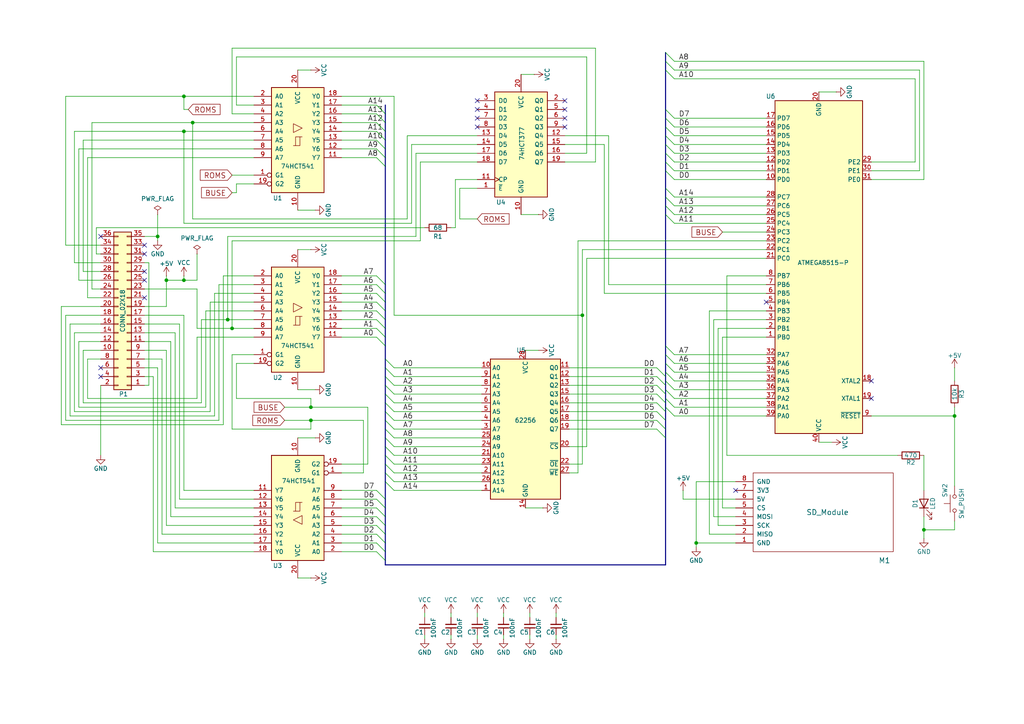
<source format=kicad_sch>
(kicad_sch (version 20250114) (generator "eeschema") (generator_version "9.0")
  (paper "A4")
  (title_block (title "FlashROM 99 Cartridge") (date "2016-06-10") (rev "2") (company "Copyright (c) 2016 Ralph Benzinger") (comment 2 "Released as Open Source Hardware under CERN OHL 1.2 and GNU GPL 3 licenses") (comment 4 "A TI 99 cartridge that allows for running ROM images stored on an SD card"))
  (junction (at 55.88 35.56))
  (junction (at 276.86 120.65))
  (junction (at 45.72 68.58))
  (junction (at 53.34 27.94))
  (junction (at 48.26 81.28))
  (junction (at 66.04 92.71))
  (junction (at 53.34 81.28))
  (junction (at 168.91 91.44))
  (junction (at 53.34 38.1))
  (junction (at 201.93 157.48))
  (junction (at 267.97 153.67))
  (junction (at 90.17 118.11))
  (junction (at 67.31 95.25))
  (junction (at 90.17 121.92))
  (no_connect (at 138.43 34.29))
  (no_connect (at 213.36 142.24))
  (no_connect (at 138.43 31.75))
  (no_connect (at 29.21 68.58))
  (no_connect (at 222.25 87.63))
  (no_connect (at 41.91 73.66))
  (no_connect (at 252.73 115.57))
  (no_connect (at 138.43 36.83))
  (no_connect (at 252.73 110.49))
  (no_connect (at 163.83 29.21))
  (no_connect (at 29.21 106.68))
  (no_connect (at 163.83 34.29))
  (no_connect (at 41.91 78.74))
  (no_connect (at 163.83 36.83))
  (no_connect (at 138.43 29.21))
  (no_connect (at 41.91 71.12))
  (no_connect (at 163.83 31.75))
  (no_connect (at 29.21 109.22))
  (no_connect (at 41.91 81.28))
  (no_connect (at 41.91 86.36))
  (bus_entry (at 111.76 139.7) (size 2.54 2.54))
  (bus_entry (at 109.22 85.09) (size 2.54 2.54))
  (bus_entry (at 193.04 34.29) (size 2.54 2.54))
  (bus_entry (at 109.22 87.63) (size 2.54 2.54))
  (bus_entry (at 109.22 35.56) (size 2.54 2.54))
  (bus_entry (at 111.76 111.76) (size 2.54 2.54))
  (bus_entry (at 111.76 106.68) (size 2.54 2.54))
  (bus_entry (at 109.22 157.48) (size 2.54 2.54))
  (bus_entry (at 193.04 54.61) (size 2.54 2.54))
  (bus_entry (at 193.04 110.49) (size 2.54 2.54))
  (bus_entry (at 193.04 118.11) (size 2.54 2.54))
  (bus_entry (at 109.22 80.01) (size 2.54 2.54))
  (bus_entry (at 111.76 116.84) (size 2.54 2.54))
  (bus_entry (at 109.22 43.18) (size 2.54 2.54))
  (bus_entry (at 111.76 119.38) (size 2.54 2.54))
  (bus_entry (at 109.22 149.86) (size 2.54 2.54))
  (bus_entry (at 109.22 45.72) (size 2.54 2.54))
  (bus_entry (at 193.04 59.69) (size 2.54 2.54))
  (bus_entry (at 193.04 102.87) (size 2.54 2.54))
  (bus_entry (at 193.04 115.57) (size 2.54 2.54))
  (bus_entry (at 109.22 154.94) (size 2.54 2.54))
  (bus_entry (at 193.04 31.75) (size 2.54 2.54))
  (bus_entry (at 190.5 106.68) (size 2.54 2.54))
  (bus_entry (at 109.22 38.1) (size 2.54 2.54))
  (bus_entry (at 193.04 46.99) (size 2.54 2.54))
  (bus_entry (at 111.76 114.3) (size 2.54 2.54))
  (bus_entry (at 193.04 107.95) (size 2.54 2.54))
  (bus_entry (at 111.76 109.22) (size 2.54 2.54))
  (bus_entry (at 190.5 119.38) (size 2.54 2.54))
  (bus_entry (at 193.04 113.03) (size 2.54 2.54))
  (bus_entry (at 111.76 121.92) (size 2.54 2.54))
  (bus_entry (at 109.22 160.02) (size 2.54 2.54))
  (bus_entry (at 111.76 104.14) (size 2.54 2.54))
  (bus_entry (at 193.04 39.37) (size 2.54 2.54))
  (bus_entry (at 190.5 121.92) (size 2.54 2.54))
  (bus_entry (at 193.04 17.78) (size 2.54 2.54))
  (bus_entry (at 109.22 97.79) (size 2.54 2.54))
  (bus_entry (at 193.04 20.32) (size 2.54 2.54))
  (bus_entry (at 111.76 127) (size 2.54 2.54))
  (bus_entry (at 109.22 90.17) (size 2.54 2.54))
  (bus_entry (at 190.5 111.76) (size 2.54 2.54))
  (bus_entry (at 111.76 124.46) (size 2.54 2.54))
  (bus_entry (at 190.5 114.3) (size 2.54 2.54))
  (bus_entry (at 193.04 62.23) (size 2.54 2.54))
  (bus_entry (at 109.22 33.02) (size 2.54 2.54))
  (bus_entry (at 193.04 49.53) (size 2.54 2.54))
  (bus_entry (at 109.22 30.48) (size 2.54 2.54))
  (bus_entry (at 190.5 124.46) (size 2.54 2.54))
  (bus_entry (at 193.04 44.45) (size 2.54 2.54))
  (bus_entry (at 109.22 152.4) (size 2.54 2.54))
  (bus_entry (at 111.76 129.54) (size 2.54 2.54))
  (bus_entry (at 109.22 142.24) (size 2.54 2.54))
  (bus_entry (at 193.04 15.24) (size 2.54 2.54))
  (bus_entry (at 109.22 95.25) (size 2.54 2.54))
  (bus_entry (at 193.04 36.83) (size 2.54 2.54))
  (bus_entry (at 109.22 144.78) (size 2.54 2.54))
  (bus_entry (at 193.04 41.91) (size 2.54 2.54))
  (bus_entry (at 109.22 40.64) (size 2.54 2.54))
  (bus_entry (at 193.04 105.41) (size 2.54 2.54))
  (bus_entry (at 109.22 147.32) (size 2.54 2.54))
  (bus_entry (at 193.04 57.15) (size 2.54 2.54))
  (bus_entry (at 190.5 116.84) (size 2.54 2.54))
  (bus_entry (at 190.5 109.22) (size 2.54 2.54))
  (bus_entry (at 193.04 100.33) (size 2.54 2.54))
  (bus_entry (at 111.76 137.16) (size 2.54 2.54))
  (bus_entry (at 109.22 82.55) (size 2.54 2.54))
  (bus_entry (at 111.76 132.08) (size 2.54 2.54))
  (bus_entry (at 109.22 92.71) (size 2.54 2.54))
  (bus_entry (at 111.76 134.62) (size 2.54 2.54))
  (wire (pts (xy 29.21 86.36) (xy 25.4 86.36)))
  (wire (pts (xy 64.77 80.01) (xy 73.66 80.01)))
  (wire (pts (xy 86.36 20.32) (xy 90.17 20.32)))
  (wire (pts (xy 99.06 97.79) (xy 109.22 97.79)))
  (wire (pts (xy 165.1 124.46) (xy 190.5 124.46)))
  (bus (pts (xy 193.04 105.41) (xy 193.04 107.95)))
  (wire (pts (xy 165.1 106.68) (xy 190.5 106.68)))
  (wire (pts (xy 49.53 99.06) (xy 49.53 149.86)))
  (wire (pts (xy 252.73 46.99) (xy 265.43 46.99)))
  (bus (pts (xy 193.04 118.11) (xy 193.04 119.38)))
  (wire (pts (xy 54.61 31.75) (xy 53.34 31.75)))
  (wire (pts (xy 68.58 105.41) (xy 73.66 105.41)))
  (wire (pts (xy 21.59 76.2) (xy 21.59 38.1)))
  (wire (pts (xy 24.13 78.74) (xy 29.21 78.74)))
  (bus (pts (xy 111.76 114.3) (xy 111.76 116.84)))
  (bus (pts (xy 111.76 97.79) (xy 111.76 100.33)))
  (wire (pts (xy 165.1 111.76) (xy 190.5 111.76)))
  (wire (pts (xy 49.53 149.86) (xy 73.66 149.86)))
  (wire (pts (xy 64.77 123.19) (xy 64.77 80.01)))
  (wire (pts (xy 265.43 22.86) (xy 265.43 46.99)))
  (wire (pts (xy 114.3 137.16) (xy 139.7 137.16)))
  (wire (pts (xy 68.58 16.51) (xy 68.58 30.48)))
  (bus (pts (xy 111.76 144.78) (xy 111.76 147.32)))
  (wire (pts (xy 25.4 115.57) (xy 57.15 115.57)))
  (wire (pts (xy 41.91 93.98) (xy 52.07 93.98)))
  (bus (pts (xy 111.76 82.55) (xy 111.76 85.09)))
  (wire (pts (xy 27.94 66.04) (xy 27.94 73.66)))
  (wire (pts (xy 168.91 91.44) (xy 168.91 134.62)))
  (wire (pts (xy 29.21 99.06) (xy 22.86 99.06)))
  (bus (pts (xy 193.04 15.24) (xy 193.04 17.78)))
  (wire (pts (xy 163.83 41.91) (xy 175.26 41.91)))
  (wire (pts (xy 123.19 177.8) (xy 123.19 179.07)))
  (wire (pts (xy 63.5 82.55) (xy 73.66 82.55)))
  (wire (pts (xy 146.05 177.8) (xy 146.05 179.07)))
  (bus (pts (xy 193.04 119.38) (xy 193.04 121.92)))
  (wire (pts (xy 99.06 160.02) (xy 109.22 160.02)))
  (wire (pts (xy 22.86 99.06) (xy 22.86 118.11)))
  (bus (pts (xy 111.76 100.33) (xy 111.76 104.14)))
  (wire (pts (xy 205.74 90.17) (xy 222.25 90.17)))
  (wire (pts (xy 132.08 66.04) (xy 132.08 52.07)))
  (wire (pts (xy 170.18 74.93) (xy 170.18 129.54)))
  (bus (pts (xy 193.04 20.32) (xy 193.04 31.75)))
  (bus (pts (xy 111.76 154.94) (xy 111.76 157.48)))
  (wire (pts (xy 167.64 69.85) (xy 222.25 69.85)))
  (wire (pts (xy 24.13 101.6) (xy 24.13 116.84)))
  (wire (pts (xy 161.29 184.15) (xy 161.29 185.42)))
  (wire (pts (xy 161.29 177.8) (xy 161.29 179.07)))
  (wire (pts (xy 213.36 152.4) (xy 208.28 152.4)))
  (wire (pts (xy 99.06 137.16) (xy 105.41 137.16)))
  (wire (pts (xy 86.36 113.03) (xy 91.44 113.03)))
  (wire (pts (xy 195.58 49.53) (xy 222.25 49.53)))
  (wire (pts (xy 67.31 95.25) (xy 73.66 95.25)))
  (wire (pts (xy 114.3 134.62) (xy 139.7 134.62)))
  (wire (pts (xy 41.91 101.6) (xy 48.26 101.6)))
  (wire (pts (xy 209.55 67.31) (xy 222.25 67.31)))
  (wire (pts (xy 195.58 39.37) (xy 222.25 39.37)))
  (wire (pts (xy 99.06 30.48) (xy 109.22 30.48)))
  (wire (pts (xy 48.26 88.9) (xy 41.91 88.9)))
  (wire (pts (xy 170.18 74.93) (xy 222.25 74.93)))
  (wire (pts (xy 67.31 69.85) (xy 121.92 69.85)))
  (wire (pts (xy 207.01 149.86) (xy 207.01 92.71)))
  (wire (pts (xy 48.26 81.28) (xy 48.26 88.9)))
  (wire (pts (xy 276.86 118.11) (xy 276.86 120.65)))
  (wire (pts (xy 209.55 147.32) (xy 209.55 97.79)))
  (wire (pts (xy 19.05 121.92) (xy 63.5 121.92)))
  (wire (pts (xy 120.65 44.45) (xy 138.43 44.45)))
  (wire (pts (xy 67.31 13.97) (xy 172.72 13.97)))
  (bus (pts (xy 111.76 132.08) (xy 111.76 134.62)))
  (wire (pts (xy 22.86 43.18) (xy 73.66 43.18)))
  (wire (pts (xy 20.32 120.65) (xy 62.23 120.65)))
  (wire (pts (xy 68.58 55.88) (xy 67.31 55.88)))
  (bus (pts (xy 111.76 139.7) (xy 111.76 144.78)))
  (wire (pts (xy 114.3 109.22) (xy 139.7 109.22)))
  (wire (pts (xy 165.1 119.38) (xy 190.5 119.38)))
  (wire (pts (xy 52.07 93.98) (xy 52.07 144.78)))
  (wire (pts (xy 59.69 118.11) (xy 59.69 90.17)))
  (wire (pts (xy 118.11 39.37) (xy 138.43 39.37)))
  (bus (pts (xy 111.76 104.14) (xy 111.76 106.68)))
  (wire (pts (xy 25.4 104.14) (xy 29.21 104.14)))
  (wire (pts (xy 151.13 62.23) (xy 156.21 62.23)))
  (wire (pts (xy 41.91 91.44) (xy 53.34 91.44)))
  (wire (pts (xy 123.19 184.15) (xy 123.19 185.42)))
  (wire (pts (xy 22.86 81.28) (xy 29.21 81.28)))
  (bus (pts (xy 193.04 111.76) (xy 193.04 113.03)))
  (wire (pts (xy 22.86 43.18) (xy 22.86 81.28)))
  (wire (pts (xy 276.86 151.13) (xy 276.86 153.67)))
  (wire (pts (xy 210.82 80.01) (xy 222.25 80.01)))
  (wire (pts (xy 21.59 38.1) (xy 53.34 38.1)))
  (wire (pts (xy 207.01 92.71) (xy 222.25 92.71)))
  (wire (pts (xy 114.3 91.44) (xy 168.91 91.44)))
  (bus (pts (xy 111.76 119.38) (xy 111.76 121.92)))
  (wire (pts (xy 43.18 76.2) (xy 43.18 111.76)))
  (wire (pts (xy 114.3 129.54) (xy 139.7 129.54)))
  (bus (pts (xy 193.04 62.23) (xy 193.04 100.33)))
  (bus (pts (xy 111.76 95.25) (xy 111.76 97.79)))
  (wire (pts (xy 99.06 38.1) (xy 109.22 38.1)))
  (wire (pts (xy 195.58 110.49) (xy 222.25 110.49)))
  (wire (pts (xy 195.58 17.78) (xy 267.97 17.78)))
  (bus (pts (xy 111.76 45.72) (xy 111.76 48.26)))
  (wire (pts (xy 53.34 80.01) (xy 53.34 81.28)))
  (wire (pts (xy 99.06 27.94) (xy 114.3 27.94)))
  (wire (pts (xy 68.58 53.34) (xy 73.66 53.34)))
  (wire (pts (xy 195.58 57.15) (xy 222.25 57.15)))
  (wire (pts (xy 26.67 83.82) (xy 26.67 35.56)))
  (bus (pts (xy 193.04 115.57) (xy 193.04 116.84)))
  (wire (pts (xy 29.21 111.76) (xy 29.21 132.08)))
  (wire (pts (xy 114.3 27.94) (xy 114.3 91.44)))
  (wire (pts (xy 67.31 69.85) (xy 67.31 95.25)))
  (bus (pts (xy 111.76 127) (xy 111.76 129.54)))
  (wire (pts (xy 57.15 95.25) (xy 67.31 95.25)))
  (wire (pts (xy 195.58 64.77) (xy 222.25 64.77)))
  (wire (pts (xy 133.35 63.5) (xy 138.43 63.5)))
  (wire (pts (xy 201.93 139.7) (xy 201.93 157.48)))
  (wire (pts (xy 114.3 119.38) (xy 139.7 119.38)))
  (wire (pts (xy 48.26 81.28) (xy 53.34 81.28)))
  (wire (pts (xy 237.49 26.67) (xy 242.57 26.67)))
  (wire (pts (xy 52.07 144.78) (xy 73.66 144.78)))
  (wire (pts (xy 165.1 116.84) (xy 190.5 116.84)))
  (wire (pts (xy 67.31 50.8) (xy 73.66 50.8)))
  (wire (pts (xy 118.11 63.5) (xy 55.88 63.5)))
  (wire (pts (xy 168.91 134.62) (xy 165.1 134.62)))
  (bus (pts (xy 111.76 40.64) (xy 111.76 43.18)))
  (wire (pts (xy 114.3 116.84) (xy 139.7 116.84)))
  (wire (pts (xy 168.91 72.39) (xy 168.91 91.44)))
  (bus (pts (xy 111.76 163.83) (xy 193.04 163.83)))
  (wire (pts (xy 41.91 76.2) (xy 43.18 76.2)))
  (wire (pts (xy 252.73 120.65) (xy 276.86 120.65)))
  (wire (pts (xy 165.1 121.92) (xy 190.5 121.92)))
  (bus (pts (xy 111.76 137.16) (xy 111.76 139.7)))
  (wire (pts (xy 167.64 137.16) (xy 165.1 137.16)))
  (bus (pts (xy 193.04 109.22) (xy 193.04 110.49)))
  (wire (pts (xy 201.93 157.48) (xy 213.36 157.48)))
  (wire (pts (xy 176.53 82.55) (xy 176.53 39.37)))
  (bus (pts (xy 193.04 107.95) (xy 193.04 109.22)))
  (wire (pts (xy 133.35 54.61) (xy 133.35 63.5)))
  (wire (pts (xy 67.31 102.87) (xy 73.66 102.87)))
  (wire (pts (xy 175.26 85.09) (xy 175.26 41.91)))
  (bus (pts (xy 193.04 116.84) (xy 193.04 118.11)))
  (wire (pts (xy 114.3 132.08) (xy 139.7 132.08)))
  (wire (pts (xy 48.26 80.01) (xy 48.26 81.28)))
  (bus (pts (xy 111.76 33.02) (xy 111.76 35.56)))
  (wire (pts (xy 25.4 45.72) (xy 73.66 45.72)))
  (wire (pts (xy 195.58 113.03) (xy 222.25 113.03)))
  (wire (pts (xy 21.59 96.52) (xy 21.59 119.38)))
  (wire (pts (xy 99.06 147.32) (xy 109.22 147.32)))
  (wire (pts (xy 57.15 95.25) (xy 57.15 83.82)))
  (wire (pts (xy 208.28 95.25) (xy 222.25 95.25)))
  (wire (pts (xy 99.06 157.48) (xy 109.22 157.48)))
  (wire (pts (xy 198.12 142.24) (xy 198.12 144.78)))
  (wire (pts (xy 195.58 102.87) (xy 222.25 102.87)))
  (wire (pts (xy 57.15 115.57) (xy 57.15 97.79)))
  (wire (pts (xy 45.72 157.48) (xy 73.66 157.48)))
  (bus (pts (xy 111.76 124.46) (xy 111.76 127)))
  (wire (pts (xy 29.21 93.98) (xy 20.32 93.98)))
  (wire (pts (xy 67.31 124.46) (xy 90.17 124.46)))
  (wire (pts (xy 267.97 17.78) (xy 267.97 52.07)))
  (wire (pts (xy 41.91 104.14) (xy 46.99 104.14)))
  (wire (pts (xy 213.36 154.94) (xy 205.74 154.94)))
  (wire (pts (xy 195.58 105.41) (xy 222.25 105.41)))
  (bus (pts (xy 193.04 46.99) (xy 193.04 49.53)))
  (wire (pts (xy 99.06 134.62) (xy 106.68 134.62)))
  (wire (pts (xy 45.72 106.68) (xy 45.72 157.48)))
  (wire (pts (xy 63.5 121.92) (xy 63.5 82.55)))
  (wire (pts (xy 55.88 35.56) (xy 55.88 63.5)))
  (wire (pts (xy 86.36 167.64) (xy 90.17 167.64)))
  (wire (pts (xy 90.17 121.92) (xy 105.41 121.92)))
  (wire (pts (xy 29.21 88.9) (xy 17.78 88.9)))
  (wire (pts (xy 114.3 142.24) (xy 139.7 142.24)))
  (bus (pts (xy 111.76 43.18) (xy 111.76 45.72)))
  (wire (pts (xy 25.4 104.14) (xy 25.4 115.57)))
  (wire (pts (xy 29.21 76.2) (xy 21.59 76.2)))
  (wire (pts (xy 99.06 95.25) (xy 109.22 95.25)))
  (wire (pts (xy 45.72 68.58) (xy 45.72 69.85)))
  (bus (pts (xy 111.76 152.4) (xy 111.76 154.94)))
  (wire (pts (xy 165.1 109.22) (xy 190.5 109.22)))
  (wire (pts (xy 66.04 68.58) (xy 120.65 68.58)))
  (wire (pts (xy 210.82 80.01) (xy 210.82 132.08)))
  (wire (pts (xy 53.34 91.44) (xy 53.34 142.24)))
  (wire (pts (xy 130.81 184.15) (xy 130.81 185.42)))
  (wire (pts (xy 163.83 44.45) (xy 170.18 44.45)))
  (wire (pts (xy 195.58 41.91) (xy 222.25 41.91)))
  (wire (pts (xy 50.8 147.32) (xy 73.66 147.32)))
  (bus (pts (xy 111.76 106.68) (xy 111.76 109.22)))
  (wire (pts (xy 276.86 153.67) (xy 267.97 153.67)))
  (bus (pts (xy 111.76 134.62) (xy 111.76 137.16)))
  (bus (pts (xy 111.76 48.26) (xy 111.76 82.55)))
  (bus (pts (xy 111.76 157.48) (xy 111.76 160.02)))
  (wire (pts (xy 86.36 127) (xy 91.44 127)))
  (wire (pts (xy 26.67 35.56) (xy 55.88 35.56)))
  (wire (pts (xy 267.97 132.08) (xy 267.97 142.24)))
  (bus (pts (xy 111.76 87.63) (xy 111.76 90.17)))
  (wire (pts (xy 66.04 68.58) (xy 66.04 92.71)))
  (wire (pts (xy 68.58 53.34) (xy 68.58 55.88)))
  (wire (pts (xy 118.11 63.5) (xy 118.11 39.37)))
  (wire (pts (xy 99.06 90.17) (xy 109.22 90.17)))
  (wire (pts (xy 57.15 97.79) (xy 73.66 97.79)))
  (wire (pts (xy 195.58 118.11) (xy 222.25 118.11)))
  (wire (pts (xy 119.38 41.91) (xy 119.38 64.77)))
  (wire (pts (xy 41.91 96.52) (xy 50.8 96.52)))
  (wire (pts (xy 99.06 45.72) (xy 109.22 45.72)))
  (bus (pts (xy 193.04 31.75) (xy 193.04 34.29)))
  (wire (pts (xy 99.06 85.09) (xy 109.22 85.09)))
  (bus (pts (xy 111.76 160.02) (xy 111.76 162.56)))
  (wire (pts (xy 53.34 27.94) (xy 73.66 27.94)))
  (wire (pts (xy 198.12 144.78) (xy 213.36 144.78)))
  (wire (pts (xy 99.06 149.86) (xy 109.22 149.86)))
  (bus (pts (xy 193.04 110.49) (xy 193.04 111.76)))
  (wire (pts (xy 19.05 27.94) (xy 53.34 27.94)))
  (wire (pts (xy 205.74 154.94) (xy 205.74 90.17)))
  (bus (pts (xy 193.04 39.37) (xy 193.04 41.91)))
  (wire (pts (xy 48.26 101.6) (xy 48.26 152.4)))
  (wire (pts (xy 44.45 160.02) (xy 73.66 160.02)))
  (wire (pts (xy 99.06 33.02) (xy 109.22 33.02)))
  (bus (pts (xy 111.76 85.09) (xy 111.76 87.63)))
  (bus (pts (xy 193.04 113.03) (xy 193.04 114.3)))
  (wire (pts (xy 114.3 121.92) (xy 139.7 121.92)))
  (wire (pts (xy 59.69 90.17) (xy 73.66 90.17)))
  (wire (pts (xy 41.91 68.58) (xy 45.72 68.58)))
  (wire (pts (xy 114.3 111.76) (xy 139.7 111.76)))
  (wire (pts (xy 195.58 34.29) (xy 222.25 34.29)))
  (wire (pts (xy 252.73 52.07) (xy 267.97 52.07)))
  (wire (pts (xy 114.3 124.46) (xy 139.7 124.46)))
  (wire (pts (xy 48.26 152.4) (xy 73.66 152.4)))
  (wire (pts (xy 19.05 71.12) (xy 19.05 27.94)))
  (wire (pts (xy 41.91 99.06) (xy 49.53 99.06)))
  (bus (pts (xy 111.76 90.17) (xy 111.76 92.71)))
  (wire (pts (xy 43.18 111.76) (xy 41.91 111.76)))
  (wire (pts (xy 195.58 107.95) (xy 222.25 107.95)))
  (wire (pts (xy 146.05 184.15) (xy 146.05 185.42)))
  (wire (pts (xy 195.58 46.99) (xy 222.25 46.99)))
  (wire (pts (xy 151.13 21.59) (xy 154.94 21.59)))
  (wire (pts (xy 167.64 69.85) (xy 167.64 137.16)))
  (wire (pts (xy 99.06 82.55) (xy 109.22 82.55)))
  (wire (pts (xy 195.58 22.86) (xy 265.43 22.86)))
  (wire (pts (xy 119.38 64.77) (xy 53.34 64.77)))
  (wire (pts (xy 114.3 114.3) (xy 139.7 114.3)))
  (bus (pts (xy 193.04 54.61) (xy 193.04 57.15)))
  (wire (pts (xy 58.42 116.84) (xy 58.42 92.71)))
  (wire (pts (xy 67.31 33.02) (xy 67.31 13.97)))
  (wire (pts (xy 67.31 102.87) (xy 67.31 124.46)))
  (wire (pts (xy 106.68 118.11) (xy 106.68 134.62)))
  (wire (pts (xy 276.86 120.65) (xy 276.86 140.97)))
  (wire (pts (xy 99.06 35.56) (xy 109.22 35.56)))
  (wire (pts (xy 208.28 152.4) (xy 208.28 95.25)))
  (wire (pts (xy 55.88 35.56) (xy 73.66 35.56)))
  (bus (pts (xy 111.76 35.56) (xy 111.76 38.1)))
  (wire (pts (xy 176.53 82.55) (xy 222.25 82.55)))
  (wire (pts (xy 99.06 92.71) (xy 109.22 92.71)))
  (wire (pts (xy 276.86 106.68) (xy 276.86 110.49)))
  (wire (pts (xy 20.32 93.98) (xy 20.32 120.65)))
  (wire (pts (xy 213.36 149.86) (xy 207.01 149.86)))
  (wire (pts (xy 50.8 96.52) (xy 50.8 147.32)))
  (wire (pts (xy 68.58 16.51) (xy 170.18 16.51)))
  (bus (pts (xy 111.76 129.54) (xy 111.76 132.08)))
  (wire (pts (xy 25.4 86.36) (xy 25.4 45.72)))
  (wire (pts (xy 41.91 109.22) (xy 44.45 109.22)))
  (wire (pts (xy 57.15 81.28) (xy 57.15 73.66)))
  (wire (pts (xy 163.83 46.99) (xy 172.72 46.99)))
  (wire (pts (xy 267.97 153.67) (xy 267.97 156.21)))
  (wire (pts (xy 41.91 106.68) (xy 45.72 106.68)))
  (bus (pts (xy 193.04 102.87) (xy 193.04 105.41)))
  (wire (pts (xy 120.65 68.58) (xy 120.65 44.45)))
  (wire (pts (xy 195.58 62.23) (xy 222.25 62.23)))
  (wire (pts (xy 99.06 80.01) (xy 109.22 80.01)))
  (wire (pts (xy 153.67 184.15) (xy 153.67 185.42)))
  (wire (pts (xy 210.82 132.08) (xy 260.35 132.08)))
  (bus (pts (xy 193.04 57.15) (xy 193.04 59.69)))
  (bus (pts (xy 193.04 127) (xy 193.04 163.83)))
  (wire (pts (xy 99.06 87.63) (xy 109.22 87.63)))
  (wire (pts (xy 27.94 73.66) (xy 29.21 73.66)))
  (wire (pts (xy 90.17 124.46) (xy 90.17 121.92)))
  (bus (pts (xy 193.04 124.46) (xy 193.04 127)))
  (wire (pts (xy 195.58 20.32) (xy 266.7 20.32)))
  (bus (pts (xy 111.76 92.71) (xy 111.76 95.25)))
  (wire (pts (xy 195.58 120.65) (xy 222.25 120.65)))
  (wire (pts (xy 209.55 97.79) (xy 222.25 97.79)))
  (wire (pts (xy 62.23 120.65) (xy 62.23 85.09)))
  (wire (pts (xy 29.21 101.6) (xy 24.13 101.6)))
  (wire (pts (xy 132.08 52.07) (xy 138.43 52.07)))
  (wire (pts (xy 82.55 121.92) (xy 90.17 121.92)))
  (wire (pts (xy 53.34 81.28) (xy 57.15 81.28)))
  (wire (pts (xy 24.13 40.64) (xy 73.66 40.64)))
  (wire (pts (xy 99.06 144.78) (xy 109.22 144.78)))
  (wire (pts (xy 24.13 116.84) (xy 58.42 116.84)))
  (wire (pts (xy 21.59 119.38) (xy 60.96 119.38)))
  (wire (pts (xy 57.15 83.82) (xy 41.91 83.82)))
  (bus (pts (xy 111.76 121.92) (xy 111.76 124.46)))
  (wire (pts (xy 119.38 41.91) (xy 138.43 41.91)))
  (wire (pts (xy 168.91 72.39) (xy 222.25 72.39)))
  (wire (pts (xy 60.96 119.38) (xy 60.96 87.63)))
  (wire (pts (xy 130.81 66.04) (xy 132.08 66.04)))
  (wire (pts (xy 165.1 114.3) (xy 190.5 114.3)))
  (bus (pts (xy 111.76 149.86) (xy 111.76 152.4)))
  (bus (pts (xy 111.76 109.22) (xy 111.76 111.76)))
  (wire (pts (xy 82.55 118.11) (xy 90.17 118.11)))
  (wire (pts (xy 86.36 60.96) (xy 91.44 60.96)))
  (wire (pts (xy 133.35 54.61) (xy 138.43 54.61)))
  (wire (pts (xy 99.06 142.24) (xy 109.22 142.24)))
  (wire (pts (xy 99.06 43.18) (xy 109.22 43.18)))
  (wire (pts (xy 53.34 38.1) (xy 73.66 38.1)))
  (wire (pts (xy 60.96 87.63) (xy 73.66 87.63)))
  (wire (pts (xy 165.1 129.54) (xy 170.18 129.54)))
  (wire (pts (xy 29.21 83.82) (xy 26.67 83.82)))
  (wire (pts (xy 68.58 30.48) (xy 73.66 30.48)))
  (bus (pts (xy 111.76 162.56) (xy 111.76 163.83)))
  (wire (pts (xy 53.34 38.1) (xy 53.34 64.77)))
  (wire (pts (xy 138.43 177.8) (xy 138.43 179.07)))
  (wire (pts (xy 121.92 46.99) (xy 138.43 46.99)))
  (wire (pts (xy 44.45 109.22) (xy 44.45 160.02)))
  (wire (pts (xy 62.23 85.09) (xy 73.66 85.09)))
  (wire (pts (xy 17.78 88.9) (xy 17.78 123.19)))
  (wire (pts (xy 86.36 72.39) (xy 90.17 72.39)))
  (wire (pts (xy 66.04 92.71) (xy 73.66 92.71)))
  (bus (pts (xy 111.76 116.84) (xy 111.76 119.38)))
  (wire (pts (xy 213.36 147.32) (xy 209.55 147.32)))
  (wire (pts (xy 24.13 40.64) (xy 24.13 78.74)))
  (wire (pts (xy 121.92 69.85) (xy 121.92 46.99)))
  (bus (pts (xy 193.04 114.3) (xy 193.04 115.57)))
  (wire (pts (xy 29.21 71.12) (xy 19.05 71.12)))
  (wire (pts (xy 252.73 49.53) (xy 266.7 49.53)))
  (wire (pts (xy 29.21 96.52) (xy 21.59 96.52)))
  (wire (pts (xy 172.72 13.97) (xy 172.72 46.99)))
  (wire (pts (xy 130.81 177.8) (xy 130.81 179.07)))
  (wire (pts (xy 27.94 66.04) (xy 123.19 66.04)))
  (wire (pts (xy 53.34 27.94) (xy 53.34 31.75)))
  (bus (pts (xy 193.04 121.92) (xy 193.04 124.46)))
  (bus (pts (xy 193.04 100.33) (xy 193.04 102.87)))
  (wire (pts (xy 195.58 115.57) (xy 222.25 115.57)))
  (wire (pts (xy 163.83 39.37) (xy 176.53 39.37)))
  (wire (pts (xy 67.31 33.02) (xy 73.66 33.02)))
  (wire (pts (xy 105.41 121.92) (xy 105.41 137.16)))
  (wire (pts (xy 138.43 184.15) (xy 138.43 185.42)))
  (wire (pts (xy 153.67 177.8) (xy 153.67 179.07)))
  (bus (pts (xy 111.76 38.1) (xy 111.76 40.64)))
  (wire (pts (xy 45.72 62.23) (xy 45.72 68.58)))
  (wire (pts (xy 152.4 147.32) (xy 157.48 147.32)))
  (bus (pts (xy 111.76 30.48) (xy 111.76 33.02)))
  (wire (pts (xy 17.78 123.19) (xy 64.77 123.19)))
  (wire (pts (xy 201.93 157.48) (xy 201.93 158.75)))
  (bus (pts (xy 193.04 17.78) (xy 193.04 20.32)))
  (wire (pts (xy 114.3 106.68) (xy 139.7 106.68)))
  (bus (pts (xy 111.76 147.32) (xy 111.76 149.86)))
  (bus (pts (xy 193.04 44.45) (xy 193.04 46.99)))
  (wire (pts (xy 114.3 127) (xy 139.7 127)))
  (wire (pts (xy 267.97 149.86) (xy 267.97 153.67)))
  (wire (pts (xy 114.3 139.7) (xy 139.7 139.7)))
  (bus (pts (xy 193.04 59.69) (xy 193.04 62.23)))
  (wire (pts (xy 22.86 118.11) (xy 59.69 118.11)))
  (wire (pts (xy 90.17 118.11) (xy 106.68 118.11)))
  (wire (pts (xy 90.17 115.57) (xy 90.17 118.11)))
  (wire (pts (xy 237.49 128.27) (xy 241.3 128.27)))
  (wire (pts (xy 46.99 104.14) (xy 46.99 154.94)))
  (wire (pts (xy 195.58 36.83) (xy 222.25 36.83)))
  (wire (pts (xy 201.93 139.7) (xy 213.36 139.7)))
  (wire (pts (xy 195.58 52.07) (xy 222.25 52.07)))
  (bus (pts (xy 193.04 36.83) (xy 193.04 39.37)))
  (wire (pts (xy 170.18 16.51) (xy 170.18 44.45)))
  (bus (pts (xy 193.04 49.53) (xy 193.04 54.61)))
  (wire (pts (xy 195.58 44.45) (xy 222.25 44.45)))
  (wire (pts (xy 53.34 142.24) (xy 73.66 142.24)))
  (wire (pts (xy 68.58 105.41) (xy 68.58 115.57)))
  (wire (pts (xy 99.06 152.4) (xy 109.22 152.4)))
  (wire (pts (xy 266.7 20.32) (xy 266.7 49.53)))
  (wire (pts (xy 175.26 85.09) (xy 222.25 85.09)))
  (wire (pts (xy 58.42 92.71) (xy 66.04 92.71)))
  (wire (pts (xy 19.05 91.44) (xy 19.05 121.92)))
  (wire (pts (xy 195.58 59.69) (xy 222.25 59.69)))
  (wire (pts (xy 68.58 115.57) (xy 90.17 115.57)))
  (wire (pts (xy 99.06 154.94) (xy 109.22 154.94)))
  (wire (pts (xy 152.4 101.6) (xy 156.21 101.6)))
  (bus (pts (xy 193.04 41.91) (xy 193.04 44.45)))
  (wire (pts (xy 29.21 91.44) (xy 19.05 91.44)))
  (bus (pts (xy 111.76 111.76) (xy 111.76 114.3)))
  (wire (pts (xy 46.99 154.94) (xy 73.66 154.94)))
  (wire (pts (xy 99.06 40.64) (xy 109.22 40.64)))
  (bus (pts (xy 193.04 34.29) (xy 193.04 36.83)))
  (label "D0" (at 196.85 52.07 0) (effects (font (size 1.524 1.524))))
  (label "A9" (at 106.68 43.18 0) (effects (font (size 1.524 1.524))))
  (label "A0" (at 196.85 120.65 0) (effects (font (size 1.524 1.524))))
  (label "A6" (at 105.41 82.55 0) (effects (font (size 1.524 1.524))))
  (label "A13" (at 116.84 139.7 0) (effects (font (size 1.524 1.524))))
  (label "A12" (at 106.68 35.56 0) (effects (font (size 1.524 1.524))))
  (label "D5" (at 105.41 147.32 0) (effects (font (size 1.524 1.524))))
  (label "A14" (at 196.85 57.15 0) (effects (font (size 1.524 1.524))))
  (label "A5" (at 196.85 107.95 0) (effects (font (size 1.524 1.524))))
  (label "D4" (at 105.41 149.86 0) (effects (font (size 1.524 1.524))))
  (label "A7" (at 116.84 124.46 0) (effects (font (size 1.524 1.524))))
  (label "D5" (at 186.69 119.38 0) (effects (font (size 1.524 1.524))))
  (label "A10" (at 196.85 22.86 0) (effects (font (size 1.524 1.524))))
  (label "A2" (at 196.85 115.57 0) (effects (font (size 1.524 1.524))))
  (label "D6" (at 105.41 144.78 0) (effects (font (size 1.524 1.524))))
  (label "A5" (at 116.84 119.38 0) (effects (font (size 1.524 1.524))))
  (label "A14" (at 116.84 142.24 0) (effects (font (size 1.524 1.524))))
  (label "A2" (at 116.84 111.76 0) (effects (font (size 1.524 1.524))))
  (label "D0" (at 186.69 106.68 0) (effects (font (size 1.524 1.524))))
  (label "A4" (at 196.85 110.49 0) (effects (font (size 1.524 1.524))))
  (label "D2" (at 196.85 46.99 0) (effects (font (size 1.524 1.524))))
  (label "A10" (at 116.84 132.08 0) (effects (font (size 1.524 1.524))))
  (label "A10" (at 106.68 40.64 0) (effects (font (size 1.524 1.524))))
  (label "A6" (at 196.85 105.41 0) (effects (font (size 1.524 1.524))))
  (label "A8" (at 196.85 17.78 0) (effects (font (size 1.524 1.524))))
  (label "D7" (at 196.85 34.29 0) (effects (font (size 1.524 1.524))))
  (label "D6" (at 186.69 121.92 0) (effects (font (size 1.524 1.524))))
  (label "D4" (at 196.85 41.91 0) (effects (font (size 1.524 1.524))))
  (label "A8" (at 116.84 127 0) (effects (font (size 1.524 1.524))))
  (label "A1" (at 116.84 109.22 0) (effects (font (size 1.524 1.524))))
  (label "A3" (at 116.84 114.3 0) (effects (font (size 1.524 1.524))))
  (label "A0" (at 116.84 106.68 0) (effects (font (size 1.524 1.524))))
  (label "A8" (at 106.68 45.72 0) (effects (font (size 1.524 1.524))))
  (label "D6" (at 196.85 36.83 0) (effects (font (size 1.524 1.524))))
  (label "A3" (at 196.85 113.03 0) (effects (font (size 1.524 1.524))))
  (label "A1" (at 196.85 118.11 0) (effects (font (size 1.524 1.524))))
  (label "D2" (at 186.69 111.76 0) (effects (font (size 1.524 1.524))))
  (label "A13" (at 106.68 33.02 0) (effects (font (size 1.524 1.524))))
  (label "D5" (at 196.85 39.37 0) (effects (font (size 1.524 1.524))))
  (label "A2" (at 105.41 92.71 0) (effects (font (size 1.524 1.524))))
  (label "D1" (at 196.85 49.53 0) (effects (font (size 1.524 1.524))))
  (label "A1" (at 105.41 95.25 0) (effects (font (size 1.524 1.524))))
  (label "A14" (at 106.68 30.48 0) (effects (font (size 1.524 1.524))))
  (label "A11" (at 196.85 64.77 0) (effects (font (size 1.524 1.524))))
  (label "A4" (at 116.84 116.84 0) (effects (font (size 1.524 1.524))))
  (label "A9" (at 116.84 129.54 0) (effects (font (size 1.524 1.524))))
  (label "D3" (at 186.69 114.3 0) (effects (font (size 1.524 1.524))))
  (label "D1" (at 105.41 157.48 0) (effects (font (size 1.524 1.524))))
  (label "D2" (at 105.41 154.94 0) (effects (font (size 1.524 1.524))))
  (label "D7" (at 186.69 124.46 0) (effects (font (size 1.524 1.524))))
  (label "D3" (at 196.85 44.45 0) (effects (font (size 1.524 1.524))))
  (label "A13" (at 196.85 59.69 0) (effects (font (size 1.524 1.524))))
  (label "A4" (at 105.41 87.63 0) (effects (font (size 1.524 1.524))))
  (label "A0" (at 105.41 97.79 0) (effects (font (size 1.524 1.524))))
  (label "D7" (at 105.41 142.24 0) (effects (font (size 1.524 1.524))))
  (label "A11" (at 106.68 38.1 0) (effects (font (size 1.524 1.524))))
  (label "D3" (at 105.41 152.4 0) (effects (font (size 1.524 1.524))))
  (label "D4" (at 186.69 116.84 0) (effects (font (size 1.524 1.524))))
  (label "A3" (at 105.41 90.17 0) (effects (font (size 1.524 1.524))))
  (label "A7" (at 105.41 80.01 0) (effects (font (size 1.524 1.524))))
  (label "D1" (at 186.69 109.22 0) (effects (font (size 1.524 1.524))))
  (label "A6" (at 116.84 121.92 0) (effects (font (size 1.524 1.524))))
  (label "A5" (at 105.41 85.09 0) (effects (font (size 1.524 1.524))))
  (label "A12" (at 196.85 62.23 0) (effects (font (size 1.524 1.524))))
  (label "A11" (at 116.84 134.62 0) (effects (font (size 1.524 1.524))))
  (label "A7" (at 196.85 102.87 0) (effects (font (size 1.524 1.524))))
  (label "A12" (at 116.84 137.16 0) (effects (font (size 1.524 1.524))))
  (label "A9" (at 196.85 20.32 0) (effects (font (size 1.524 1.524))))
  (label "D0" (at 105.41 160.02 0) (effects (font (size 1.524 1.524))))
  (global_label "ROMS" (shape input) (at 82.55 121.92 180) (effects (font (size 1.524 1.524))) (property "Intersheetrefs" "${INTERSHEET_REFS}" (effects (hide yes))))
  (global_label "BUSE" (shape input) (at 82.55 118.11 180) (effects (font (size 1.524 1.524))) (property "Intersheetrefs" "${INTERSHEET_REFS}" (effects (hide yes))))
  (global_label "ROMS" (shape input) (at 67.31 50.8 180) (effects (font (size 1.524 1.524))) (property "Intersheetrefs" "${INTERSHEET_REFS}" (effects (hide yes))))
  (global_label "BUSE" (shape input) (at 67.31 55.88 180) (effects (font (size 1.524 1.524))) (property "Intersheetrefs" "${INTERSHEET_REFS}" (effects (hide yes))))
  (global_label "ROMS" (shape input) (at 54.61 31.75 0) (effects (font (size 1.524 1.524))) (property "Intersheetrefs" "${INTERSHEET_REFS}" (effects (hide yes))))
  (global_label "ROMS" (shape input) (at 138.43 63.5 0) (effects (font (size 1.524 1.524))) (property "Intersheetrefs" "${INTERSHEET_REFS}" (effects (hide yes))))
  (global_label "BUSE" (shape input) (at 209.55 67.31 180) (effects (font (size 1.524 1.524))) (property "Intersheetrefs" "${INTERSHEET_REFS}" (effects (hide yes))))
  (symbol (lib_id "74xx:74LS377") (at 151.13 41.91 0) (unit 1)
    (property "Reference" "U4" (at 145.288 58.674 0))
    (property "Value" "74HCT377" (at 151.384 41.656 90))
    (property "Footprint" "Package_DIP:DIP-20_W7.62mm" (effects (hide yes)))
    (property "Datasheet" "http://www.ti.com/lit/gpn/sn74LS377" (effects (hide yes)))
    (property "Description" "8-bit Register" (effects (hide yes)))
  )
  (symbol (lib_id "Memory_RAM:HM62256BLP") (at 152.4 124.46 0) (unit 1)
    (property "Reference" "U5" (at 151.13 101.6 0))
    (property "Value" "62256" (at 152.4 121.92 0))
    (property "Footprint" "Package_DIP:DIP-28_W15.24mm" (effects (hide yes)))
    (property "Datasheet" "https://web.mit.edu/6.115/www/document/62256.pdf" (effects (hide yes)))
    (property "Description" "32,768-word × 8-bit High Speed CMOS Static RAM, 70ns, DIP-28" (effects (hide yes)))
  )
  (symbol (lib_id "MCU_Microchip_ATmega:ATmega8515-16P") (at 237.49 77.47 180) (unit 1)
    (property "Reference" "U6" (at 223.52 27.94 0))
    (property "Value" "ATMEGA8515-P" (at 238.76 76.2 0))
    (property "Footprint" "Package_DIP:DIP-40_W15.24mm" (effects (hide yes)))
    (property "Datasheet" "http://ww1.microchip.com/downloads/en/DeviceDoc/doc2512.pdf" (effects (hide yes)))
    (property "Description" "16MHz, 8kB Flash, 512B SRAM, 512B EEPROM, DIP-40" (effects (hide yes)))
  )
  (symbol (lib_id "Connector_Generic:Conn_02x18_Odd_Even") (at 36.83 91.44 180) (unit 1)
    (property "Reference" "P1" (at 35.814 114.3 0))
    (property "Value" "CONN_02X18" (at 35.56 90.17 90))
    (property "Footprint" "fr99-footprints:BUS_CART" (effects (hide yes)))
    (property "Description" "Generic connector, double row, 02x18, odd/even pin numbering scheme (row 1 odd numbers, row 2 even numbers), script generated (kicad-library-utils/schlib/autogen/connector/)" (effects (hide yes)))
  )
  (symbol (lib_id "74xx:74HCT541") (at 86.36 40.64 0) (unit 1)
    (property "Reference" "U1" (at 80.518 58.166 0) (effects (justify bottom)))
    (property "Value" "74HCT541" (at 86.36 47.498 0) (effects (justify top)))
    (property "Footprint" "Package_DIP:DIP-20_W7.62mm" (effects (hide yes)))
    (property "Datasheet" "http://www.ti.com/lit/gpn/sn74HCT541" (effects (hide yes)))
    (property "Description" "8-bit Buffer/Line Driver 3-state outputs" (effects (hide yes)))
  )
  (symbol (lib_id "74xx:74HCT541") (at 86.36 92.71 0) (unit 1)
    (property "Reference" "U2" (at 80.518 110.236 0) (effects (justify bottom)))
    (property "Value" "74HCT541" (at 86.36 99.568 0) (effects (justify top)))
    (property "Footprint" "Package_DIP:DIP-20_W7.62mm" (effects (hide yes)))
    (property "Datasheet" "http://www.ti.com/lit/gpn/sn74HCT541" (effects (hide yes)))
    (property "Description" "8-bit Buffer/Line Driver 3-state outputs" (effects (hide yes)))
  )
  (symbol (lib_id "74xx:74HCT541") (at 86.36 147.32 180) (unit 1)
    (property "Reference" "U3" (at 80.518 163.322 0) (effects (justify bottom)))
    (property "Value" "74HCT541" (at 86.614 140.208 0) (effects (justify top)))
    (property "Footprint" "Package_DIP:DIP-20_W7.62mm" (effects (hide yes)))
    (property "Datasheet" "http://www.ti.com/lit/gpn/sn74HCT541" (effects (hide yes)))
    (property "Description" "8-bit Buffer/Line Driver 3-state outputs" (effects (hide yes)))
  )
  (symbol (lib_id "power:GND") (at 29.21 132.08 0) (unit 1)
    (property "Reference" "#PWR01" (effects (hide yes)))
    (property "Value" "GND" (at 29.21 135.89 0))
    (property "Description" "Power symbol creates a global label with name \"GND\" , ground" (effects (hide yes)))
  )
  (symbol (lib_id "Device:R") (at 127 66.04 270) (unit 1)
    (property "Reference" "R1" (at 127 68.58 90))
    (property "Value" "68" (at 127 66.04 90))
    (property "Footprint" "Resistor_THT:R_Axial_DIN0207_L6.3mm_D2.5mm_P10.16mm_Horizontal" (effects (hide yes)))
    (property "Description" "Resistor" (effects (hide yes)))
  )
  (symbol (lib_id "Switch:SW_Push") (at 276.86 146.05 90) (unit 1)
    (property "Reference" "SW2" (at 274.066 142.24 0))
    (property "Value" "SW_PUSH" (at 278.892 146.05 0))
    (property "Footprint" "Button_Switch_THT:SW_PUSH_6mm_H5mm" (effects (hide yes)))
    (property "Description" "Push button switch, generic, two pins" (effects (hide yes)))
  )
  (symbol (lib_id "power:GND") (at 267.97 156.21 0) (unit 1)
    (property "Reference" "#PWR02" (effects (hide yes)))
    (property "Value" "GND" (at 267.97 160.02 0))
    (property "Description" "Power symbol creates a global label with name \"GND\" , ground" (effects (hide yes)))
  )
  (symbol (lib_id "Device:LED") (at 267.97 146.05 90) (unit 1)
    (property "Reference" "D1" (at 265.43 146.05 0))
    (property "Value" "LED" (at 270.51 146.05 0))
    (property "Footprint" "LED_THT:LED_D5.0mm" (effects (hide yes)))
    (property "Description" "Light emitting diode" (effects (hide yes)))
    (property "Sim.Pins" "1=K 2=A" (effects (hide yes)))
  )
  (symbol (lib_id "Device:R") (at 264.16 132.08 270) (unit 1)
    (property "Reference" "R2" (at 264.16 134.112 90))
    (property "Value" "470" (at 264.16 132.08 90))
    (property "Footprint" "Resistor_THT:R_Axial_DIN0207_L6.3mm_D2.5mm_P10.16mm_Horizontal" (effects (hide yes)))
    (property "Description" "Resistor" (effects (hide yes)))
  )
  (symbol (lib_id "power:GND") (at 45.72 69.85 0) (unit 1)
    (property "Reference" "#PWR03" (effects (hide yes)))
    (property "Value" "GND" (at 45.72 73.66 0))
    (property "Description" "Power symbol creates a global label with name \"GND\" , ground" (effects (hide yes)))
  )
  (symbol (lib_id "power:GND") (at 242.57 26.67 90) (unit 1)
    (property "Reference" "#PWR04" (effects (hide yes)))
    (property "Value" "GND" (at 246.38 26.67 0))
    (property "Description" "Power symbol creates a global label with name \"GND\" , ground" (effects (hide yes)))
  )
  (symbol (lib_id "power:+5V") (at 48.26 80.01 0) (unit 1)
    (property "Reference" "#PWR05" (effects (hide yes)))
    (property "Value" "+5V" (at 48.26 76.454 0))
    (property "Description" "Power symbol creates a global label with name \"+5V\"" (effects (hide yes)))
  )
  (symbol (lib_id "power:GND") (at 201.93 158.75 0) (unit 1)
    (property "Reference" "#PWR06" (effects (hide yes)))
    (property "Value" "GND" (at 201.93 162.56 0))
    (property "Description" "Power symbol creates a global label with name \"GND\" , ground" (effects (hide yes)))
  )
  (symbol (lib_id "power:+5V") (at 198.12 142.24 0) (unit 1)
    (property "Reference" "#PWR07" (effects (hide yes)))
    (property "Value" "+5V" (at 198.12 138.684 0))
    (property "Description" "Power symbol creates a global label with name \"+5V\"" (effects (hide yes)))
  )
  (symbol (lib_id "fr99-components:SD_Module") (at 218.44 137.16 0) (unit 1)
    (property "Reference" "M1" (at 256.54 162.56 0) (effects (font (size 1.524 1.524))))
    (property "Value" "SD_Module" (at 240.03 148.59 0) (effects (font (size 1.524 1.524))))
    (property "Footprint" "fr99-footprints:SD_MODULE" (at -156.21 -22.86 0) (effects (font (size 1.524 1.524))))
    (property "Description" "SD Card Adapter Module" (effects (hide yes)))
  )
  (symbol (lib_id "Device:R") (at 276.86 114.3 0) (unit 1)
    (property "Reference" "R3" (at 278.892 114.3 90))
    (property "Value" "10k" (at 276.86 114.3 90))
    (property "Footprint" "Resistor_THT:R_Axial_DIN0207_L6.3mm_D2.5mm_P10.16mm_Horizontal" (effects (hide yes)))
    (property "Description" "Resistor" (effects (hide yes)))
  )
  (symbol (lib_id "power:+5V") (at 276.86 106.68 0) (unit 1)
    (property "Reference" "#PWR08" (effects (hide yes)))
    (property "Value" "+5V" (at 276.86 103.124 0))
    (property "Description" "Power symbol creates a global label with name \"+5V\"" (effects (hide yes)))
  )
  (symbol (lib_id "power:PWR_FLAG") (at 57.15 73.66 0) (unit 1)
    (property "Reference" "#FLG09" (effects (hide yes)))
    (property "Value" "PWR_FLAG" (at 57.15 69.088 0))
    (property "Description" "Special symbol for telling ERC where power comes from" (effects (hide yes)))
  )
  (symbol (lib_id "power:VCC") (at 53.34 80.01 0) (unit 1)
    (property "Reference" "#PWR010" (effects (hide yes)))
    (property "Value" "VCC" (at 53.34 76.2 0))
    (property "Description" "Power symbol creates a global label with name \"VCC\"" (effects (hide yes)))
  )
  (symbol (lib_id "power:PWR_FLAG") (at 45.72 62.23 0) (unit 1)
    (property "Reference" "#FLG011" (effects (hide yes)))
    (property "Value" "PWR_FLAG" (at 45.72 57.658 0))
    (property "Description" "Special symbol for telling ERC where power comes from" (effects (hide yes)))
  )
  (symbol (lib_id "power:VCC") (at 241.3 128.27 270) (unit 1)
    (property "Reference" "#PWR012" (effects (hide yes)))
    (property "Value" "VCC" (at 245.11 128.27 0))
    (property "Description" "Power symbol creates a global label with name \"VCC\"" (effects (hide yes)))
  )
  (symbol (lib_id "Device:C_Small") (at 123.19 181.61 180) (unit 1)
    (property "Reference" "C1" (at 122.936 183.388 0) (effects (justify left)))
    (property "Value" "100nF" (at 125.73 179.07 90) (effects (justify left)))
    (property "Footprint" "fr99-footprints:C_C" (effects (hide yes)))
    (property "Description" "Unpolarized capacitor, small symbol" (effects (hide yes)))
  )
  (symbol (lib_id "power:VCC") (at 123.19 177.8 0) (unit 1)
    (property "Reference" "#PWR013" (effects (hide yes)))
    (property "Value" "VCC" (at 123.19 173.99 0))
    (property "Description" "Power symbol creates a global label with name \"VCC\"" (effects (hide yes)))
  )
  (symbol (lib_id "power:GND") (at 123.19 185.42 0) (unit 1)
    (property "Reference" "#PWR014" (effects (hide yes)))
    (property "Value" "GND" (at 123.19 189.23 0))
    (property "Description" "Power symbol creates a global label with name \"GND\" , ground" (effects (hide yes)))
  )
  (symbol (lib_id "power:VCC") (at 146.05 177.8 0) (unit 1)
    (property "Reference" "#PWR015" (effects (hide yes)))
    (property "Value" "VCC" (at 146.05 173.99 0))
    (property "Description" "Power symbol creates a global label with name \"VCC\"" (effects (hide yes)))
  )
  (symbol (lib_id "power:GND") (at 146.05 185.42 0) (unit 1)
    (property "Reference" "#PWR016" (effects (hide yes)))
    (property "Value" "GND" (at 146.05 189.23 0))
    (property "Description" "Power symbol creates a global label with name \"GND\" , ground" (effects (hide yes)))
  )
  (symbol (lib_id "Device:C_Small") (at 146.05 181.61 180) (unit 1)
    (property "Reference" "C4" (at 145.796 183.388 0) (effects (justify left)))
    (property "Value" "100nF" (at 148.59 179.07 90) (effects (justify left)))
    (property "Footprint" "fr99-footprints:C_C" (effects (hide yes)))
    (property "Description" "Unpolarized capacitor, small symbol" (effects (hide yes)))
  )
  (symbol (lib_id "power:VCC") (at 130.81 177.8 0) (unit 1)
    (property "Reference" "#PWR017" (effects (hide yes)))
    (property "Value" "VCC" (at 130.81 173.99 0))
    (property "Description" "Power symbol creates a global label with name \"VCC\"" (effects (hide yes)))
  )
  (symbol (lib_id "power:GND") (at 130.81 185.42 0) (unit 1)
    (property "Reference" "#PWR018" (effects (hide yes)))
    (property "Value" "GND" (at 130.81 189.23 0))
    (property "Description" "Power symbol creates a global label with name \"GND\" , ground" (effects (hide yes)))
  )
  (symbol (lib_id "Device:C_Small") (at 130.81 181.61 180) (unit 1)
    (property "Reference" "C2" (at 130.556 183.388 0) (effects (justify left)))
    (property "Value" "100nF" (at 133.35 179.07 90) (effects (justify left)))
    (property "Footprint" "fr99-footprints:C_C" (effects (hide yes)))
    (property "Description" "Unpolarized capacitor, small symbol" (effects (hide yes)))
  )
  (symbol (lib_id "power:VCC") (at 138.43 177.8 0) (unit 1)
    (property "Reference" "#PWR019" (effects (hide yes)))
    (property "Value" "VCC" (at 138.43 173.99 0))
    (property "Description" "Power symbol creates a global label with name \"VCC\"" (effects (hide yes)))
  )
  (symbol (lib_id "power:GND") (at 138.43 185.42 0) (unit 1)
    (property "Reference" "#PWR020" (effects (hide yes)))
    (property "Value" "GND" (at 138.43 189.23 0))
    (property "Description" "Power symbol creates a global label with name \"GND\" , ground" (effects (hide yes)))
  )
  (symbol (lib_id "Device:C_Small") (at 138.43 181.61 180) (unit 1)
    (property "Reference" "C3" (at 138.176 183.388 0) (effects (justify left)))
    (property "Value" "100nF" (at 140.97 179.07 90) (effects (justify left)))
    (property "Footprint" "fr99-footprints:C_C" (effects (hide yes)))
    (property "Description" "Unpolarized capacitor, small symbol" (effects (hide yes)))
  )
  (symbol (lib_id "power:VCC") (at 153.67 177.8 0) (unit 1)
    (property "Reference" "#PWR021" (effects (hide yes)))
    (property "Value" "VCC" (at 153.67 173.99 0))
    (property "Description" "Power symbol creates a global label with name \"VCC\"" (effects (hide yes)))
  )
  (symbol (lib_id "power:GND") (at 153.67 185.42 0) (unit 1)
    (property "Reference" "#PWR022" (effects (hide yes)))
    (property "Value" "GND" (at 153.67 189.23 0))
    (property "Description" "Power symbol creates a global label with name \"GND\" , ground" (effects (hide yes)))
  )
  (symbol (lib_id "Device:C_Small") (at 153.67 181.61 180) (unit 1)
    (property "Reference" "C5" (at 153.416 183.388 0) (effects (justify left)))
    (property "Value" "100nF" (at 156.21 179.07 90) (effects (justify left)))
    (property "Footprint" "fr99-footprints:C_C" (effects (hide yes)))
    (property "Description" "Unpolarized capacitor, small symbol" (effects (hide yes)))
  )
  (symbol (lib_id "power:VCC") (at 161.29 177.8 0) (unit 1)
    (property "Reference" "#PWR023" (effects (hide yes)))
    (property "Value" "VCC" (at 161.29 173.99 0))
    (property "Description" "Power symbol creates a global label with name \"VCC\"" (effects (hide yes)))
  )
  (symbol (lib_id "power:GND") (at 161.29 185.42 0) (unit 1)
    (property "Reference" "#PWR024" (effects (hide yes)))
    (property "Value" "GND" (at 161.29 189.23 0))
    (property "Description" "Power symbol creates a global label with name \"GND\" , ground" (effects (hide yes)))
  )
  (symbol (lib_id "Device:C_Small") (at 161.29 181.61 180) (unit 1)
    (property "Reference" "C6" (at 161.036 183.388 0) (effects (justify left)))
    (property "Value" "100nF" (at 163.83 179.07 90) (effects (justify left)))
    (property "Footprint" "fr99-footprints:C_C" (effects (hide yes)))
    (property "Description" "Unpolarized capacitor, small symbol" (effects (hide yes)))
  )
  (symbol (lib_id "power:VCC") (at 90.17 72.39 270) (unit 1)
    (property "Reference" "#PWR027" (effects (hide yes)))
    (property "Value" "VCC" (at 93.98 72.39 0))
    (property "Description" "Power symbol creates a global label with name \"VCC\"" (effects (hide yes)))
  )
  (symbol (lib_id "power:VCC") (at 154.94 21.59 270) (unit 1)
    (property "Reference" "#PWR011" (effects (hide yes)))
    (property "Value" "VCC" (at 158.75 21.59 0))
    (property "Description" "Power symbol creates a global label with name \"VCC\"" (effects (hide yes)))
  )
  (symbol (lib_id "power:GND") (at 156.21 62.23 90) (unit 1)
    (property "Reference" "#PWR09" (effects (hide yes)))
    (property "Value" "GND" (at 160.02 62.23 0))
    (property "Description" "Power symbol creates a global label with name \"GND\" , ground" (effects (hide yes)))
  )
  (symbol (lib_id "power:GND") (at 157.48 147.32 90) (unit 1)
    (property "Reference" "#PWR033" (effects (hide yes)))
    (property "Value" "GND" (at 161.29 147.32 0))
    (property "Description" "Power symbol creates a global label with name \"GND\" , ground" (effects (hide yes)))
  )
  (symbol (lib_id "power:VCC") (at 90.17 20.32 270) (unit 1)
    (property "Reference" "#PWR026" (effects (hide yes)))
    (property "Value" "VCC" (at 93.98 20.32 0))
    (property "Description" "Power symbol creates a global label with name \"VCC\"" (effects (hide yes)))
  )
  (symbol (lib_id "power:GND") (at 91.44 60.96 90) (unit 1)
    (property "Reference" "#PWR031" (effects (hide yes)))
    (property "Value" "GND" (at 95.25 60.96 0))
    (property "Description" "Power symbol creates a global label with name \"GND\" , ground" (effects (hide yes)))
  )
  (symbol (lib_id "power:VCC") (at 90.17 167.64 270) (unit 1)
    (property "Reference" "#PWR028" (effects (hide yes)))
    (property "Value" "VCC" (at 93.98 167.64 0))
    (property "Description" "Power symbol creates a global label with name \"VCC\"" (effects (hide yes)))
  )
  (symbol (lib_id "power:VCC") (at 156.21 101.6 270) (unit 1)
    (property "Reference" "#PWR032" (effects (hide yes)))
    (property "Value" "VCC" (at 160.02 101.6 0))
    (property "Description" "Power symbol creates a global label with name \"VCC\"" (effects (hide yes)))
  )
  (symbol (lib_id "power:GND") (at 91.44 127 90) (unit 1)
    (property "Reference" "#PWR030" (effects (hide yes)))
    (property "Value" "GND" (at 95.25 127 0))
    (property "Description" "Power symbol creates a global label with name \"GND\" , ground" (effects (hide yes)))
  )
  (symbol (lib_id "power:GND") (at 91.44 113.03 90) (unit 1)
    (property "Reference" "#PWR029" (effects (hide yes)))
    (property "Value" "GND" (at 95.25 113.03 0))
    (property "Description" "Power symbol creates a global label with name \"GND\" , ground" (effects (hide yes)))
  )
)
</source>
